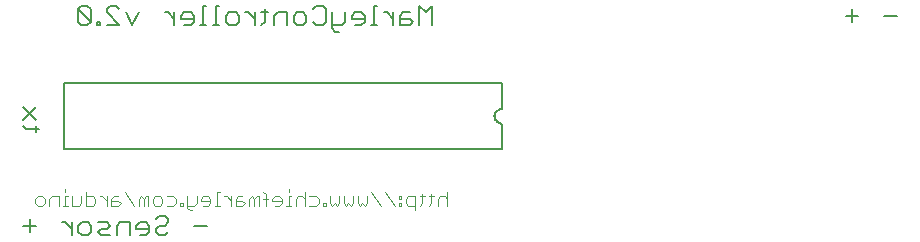
<source format=gbo>
G04 This is an RS-274x file exported by *
G04 gerbv version 2.5.0 *
G04 More information is available about gerbv at *
G04 http://gerbv.gpleda.org/ *
G04 --End of header info--*
%MOIN*%
%FSLAX23Y23*%
%IPPOS*%
G04 --Define apertures--*
%ADD10C,0.0060*%
%ADD11C,0.0040*%
%ADD12C,0.0080*%
%ADD13C,0.0020*%
%ADD14R,0.0300X0.0250*%
%ADD15R,0.0500X0.1100*%
G04 --Start main section--*
G54D10*
G01X00436Y00477D02*
G01X00436Y00520D01*
G01X00436Y00499D02*
G01X00415Y00520D01*
G01X00415Y00520D02*
G01X00404Y00520D01*
G01X00458Y00509D02*
G01X00458Y00488D01*
G01X00458Y00488D02*
G01X00469Y00477D01*
G01X00469Y00477D02*
G01X00490Y00477D01*
G01X00490Y00477D02*
G01X00501Y00488D01*
G01X00501Y00488D02*
G01X00501Y00509D01*
G01X00501Y00509D02*
G01X00490Y00520D01*
G01X00490Y00520D02*
G01X00469Y00520D01*
G01X00469Y00520D02*
G01X00458Y00509D01*
G01X00522Y00520D02*
G01X00554Y00520D01*
G01X00554Y00520D02*
G01X00565Y00509D01*
G01X00565Y00509D02*
G01X00554Y00499D01*
G01X00554Y00499D02*
G01X00533Y00499D01*
G01X00533Y00499D02*
G01X00522Y00488D01*
G01X00522Y00488D02*
G01X00533Y00477D01*
G01X00533Y00477D02*
G01X00565Y00477D01*
G01X00587Y00477D02*
G01X00587Y00509D01*
G01X00587Y00509D02*
G01X00597Y00520D01*
G01X00597Y00520D02*
G01X00630Y00520D01*
G01X00630Y00520D02*
G01X00630Y00477D01*
G01X00651Y00499D02*
G01X00694Y00499D01*
G01X00694Y00488D02*
G01X00694Y00509D01*
G01X00694Y00509D02*
G01X00683Y00520D01*
G01X00683Y00520D02*
G01X00662Y00520D01*
G01X00662Y00520D02*
G01X00651Y00509D01*
G01X00651Y00509D02*
G01X00651Y00499D01*
G01X00662Y00477D02*
G01X00683Y00477D01*
G01X00683Y00477D02*
G01X00694Y00488D01*
G01X00716Y00488D02*
G01X00726Y00477D01*
G01X00726Y00477D02*
G01X00748Y00477D01*
G01X00748Y00477D02*
G01X00758Y00488D01*
G01X00748Y00509D02*
G01X00726Y00509D01*
G01X00726Y00509D02*
G01X00716Y00499D01*
G01X00716Y00499D02*
G01X00716Y00488D01*
G01X00748Y00509D02*
G01X00758Y00520D01*
G01X00758Y00520D02*
G01X00758Y00531D01*
G01X00758Y00531D02*
G01X00748Y00541D01*
G01X00748Y00541D02*
G01X00726Y00541D01*
G01X00726Y00541D02*
G01X00716Y00531D01*
G01X00845Y00509D02*
G01X00887Y00509D01*
G01X00410Y00764D02*
G01X00410Y00984D01*
G01X00410Y00984D02*
G01X01870Y00984D01*
G01X01870Y00984D02*
G01X01870Y00899D01*
G01X01870Y00899D02*
G01X01867Y00899D01*
G01X01867Y00899D02*
G01X01864Y00899D01*
G01X01864Y00899D02*
G01X01861Y00898D01*
G01X01861Y00898D02*
G01X01859Y00896D01*
G01X01859Y00896D02*
G01X01856Y00895D01*
G01X01856Y00895D02*
G01X01854Y00893D01*
G01X01854Y00893D02*
G01X01852Y00891D01*
G01X01852Y00891D02*
G01X01850Y00888D01*
G01X01850Y00888D02*
G01X01848Y00886D01*
G01X01848Y00886D02*
G01X01847Y00883D01*
G01X01847Y00883D02*
G01X01846Y00880D01*
G01X01846Y00880D02*
G01X01846Y00877D01*
G01X01846Y00877D02*
G01X01845Y00874D01*
G01X01845Y00874D02*
G01X01846Y00871D01*
G01X01846Y00871D02*
G01X01846Y00868D01*
G01X01846Y00868D02*
G01X01847Y00865D01*
G01X01847Y00865D02*
G01X01848Y00863D01*
G01X01848Y00863D02*
G01X01850Y00860D01*
G01X01850Y00860D02*
G01X01852Y00858D01*
G01X01852Y00858D02*
G01X01854Y00856D01*
G01X01854Y00856D02*
G01X01856Y00854D01*
G01X01856Y00854D02*
G01X01859Y00852D01*
G01X01859Y00852D02*
G01X01861Y00851D01*
G01X01861Y00851D02*
G01X01864Y00850D01*
G01X01864Y00850D02*
G01X01867Y00849D01*
G01X01867Y00849D02*
G01X01870Y00849D01*
G01X01870Y00849D02*
G01X01870Y00764D01*
G01X01870Y00764D02*
G01X00410Y00764D01*
G01X00316Y00820D02*
G01X00316Y00841D01*
G01X00327Y00830D02*
G01X00284Y00830D01*
G01X00284Y00830D02*
G01X00273Y00841D01*
G01X00273Y00863D02*
G01X00316Y00905D01*
G01X00316Y00863D02*
G01X00273Y00905D01*
G01X00467Y01177D02*
G01X00488Y01177D01*
G01X00488Y01177D02*
G01X00499Y01188D01*
G01X00499Y01188D02*
G01X00456Y01231D01*
G01X00456Y01231D02*
G01X00456Y01188D01*
G01X00456Y01188D02*
G01X00467Y01177D01*
G01X00499Y01188D02*
G01X00499Y01231D01*
G01X00499Y01231D02*
G01X00488Y01241D01*
G01X00488Y01241D02*
G01X00467Y01241D01*
G01X00467Y01241D02*
G01X00456Y01231D01*
G01X00553Y01231D02*
G01X00553Y01220D01*
G01X00553Y01220D02*
G01X00595Y01177D01*
G01X00595Y01177D02*
G01X00553Y01177D01*
G01X00531Y01177D02*
G01X00520Y01177D01*
G01X00520Y01177D02*
G01X00520Y01188D01*
G01X00520Y01188D02*
G01X00531Y01188D01*
G01X00531Y01188D02*
G01X00531Y01177D01*
G01X00617Y01220D02*
G01X00638Y01177D01*
G01X00638Y01177D02*
G01X00660Y01220D01*
G01X00595Y01231D02*
G01X00585Y01241D01*
G01X00585Y01241D02*
G01X00563Y01241D01*
G01X00563Y01241D02*
G01X00553Y01231D01*
G01X00746Y01220D02*
G01X00757Y01220D01*
G01X00757Y01220D02*
G01X00778Y01199D01*
G01X00778Y01177D02*
G01X00778Y01220D01*
G01X00800Y01209D02*
G01X00800Y01199D01*
G01X00800Y01199D02*
G01X00842Y01199D01*
G01X00842Y01188D02*
G01X00832Y01177D01*
G01X00832Y01177D02*
G01X00810Y01177D01*
G01X00842Y01188D02*
G01X00842Y01209D01*
G01X00842Y01209D02*
G01X00832Y01220D01*
G01X00832Y01220D02*
G01X00810Y01220D01*
G01X00810Y01220D02*
G01X00800Y01209D01*
G01X00864Y01177D02*
G01X00885Y01177D01*
G01X00875Y01177D02*
G01X00875Y01241D01*
G01X00875Y01241D02*
G01X00885Y01241D01*
G01X00918Y01241D02*
G01X00918Y01177D01*
G01X00928Y01177D02*
G01X00907Y01177D01*
G01X00950Y01188D02*
G01X00950Y01209D01*
G01X00950Y01209D02*
G01X00961Y01220D01*
G01X00961Y01220D02*
G01X00982Y01220D01*
G01X00982Y01220D02*
G01X00993Y01209D01*
G01X00993Y01209D02*
G01X00993Y01188D01*
G01X00993Y01188D02*
G01X00982Y01177D01*
G01X00982Y01177D02*
G01X00961Y01177D01*
G01X00961Y01177D02*
G01X00950Y01188D01*
G01X00928Y01241D02*
G01X00918Y01241D01*
G01X01014Y01220D02*
G01X01025Y01220D01*
G01X01025Y01220D02*
G01X01047Y01199D01*
G01X01047Y01177D02*
G01X01047Y01220D01*
G01X01068Y01220D02*
G01X01089Y01220D01*
G01X01079Y01231D02*
G01X01079Y01188D01*
G01X01079Y01188D02*
G01X01068Y01177D01*
G01X01111Y01177D02*
G01X01111Y01209D01*
G01X01111Y01209D02*
G01X01122Y01220D01*
G01X01122Y01220D02*
G01X01154Y01220D01*
G01X01154Y01220D02*
G01X01154Y01177D01*
G01X01176Y01188D02*
G01X01176Y01209D01*
G01X01176Y01209D02*
G01X01186Y01220D01*
G01X01186Y01220D02*
G01X01208Y01220D01*
G01X01208Y01220D02*
G01X01218Y01209D01*
G01X01218Y01209D02*
G01X01218Y01188D01*
G01X01218Y01188D02*
G01X01208Y01177D01*
G01X01208Y01177D02*
G01X01186Y01177D01*
G01X01186Y01177D02*
G01X01176Y01188D01*
G01X01240Y01188D02*
G01X01251Y01177D01*
G01X01251Y01177D02*
G01X01272Y01177D01*
G01X01272Y01177D02*
G01X01283Y01188D01*
G01X01283Y01188D02*
G01X01283Y01231D01*
G01X01283Y01231D02*
G01X01272Y01241D01*
G01X01272Y01241D02*
G01X01251Y01241D01*
G01X01251Y01241D02*
G01X01240Y01231D01*
G01X01305Y01220D02*
G01X01305Y01167D01*
G01X01305Y01167D02*
G01X01315Y01156D01*
G01X01315Y01156D02*
G01X01326Y01156D01*
G01X01337Y01177D02*
G01X01305Y01177D01*
G01X01337Y01177D02*
G01X01347Y01188D01*
G01X01347Y01188D02*
G01X01347Y01220D01*
G01X01369Y01209D02*
G01X01369Y01199D01*
G01X01369Y01199D02*
G01X01412Y01199D01*
G01X01412Y01188D02*
G01X01412Y01209D01*
G01X01412Y01209D02*
G01X01401Y01220D01*
G01X01401Y01220D02*
G01X01380Y01220D01*
G01X01380Y01220D02*
G01X01369Y01209D01*
G01X01380Y01177D02*
G01X01401Y01177D01*
G01X01401Y01177D02*
G01X01412Y01188D01*
G01X01433Y01177D02*
G01X01455Y01177D01*
G01X01444Y01177D02*
G01X01444Y01241D01*
G01X01444Y01241D02*
G01X01455Y01241D01*
G01X01476Y01220D02*
G01X01487Y01220D01*
G01X01487Y01220D02*
G01X01508Y01199D01*
G01X01508Y01177D02*
G01X01508Y01220D01*
G01X01530Y01209D02*
G01X01530Y01177D01*
G01X01530Y01177D02*
G01X01562Y01177D01*
G01X01562Y01177D02*
G01X01573Y01188D01*
G01X01573Y01188D02*
G01X01562Y01199D01*
G01X01562Y01199D02*
G01X01530Y01199D01*
G01X01530Y01209D02*
G01X01541Y01220D01*
G01X01541Y01220D02*
G01X01562Y01220D01*
G01X01595Y01241D02*
G01X01595Y01177D01*
G01X01637Y01177D02*
G01X01637Y01241D01*
G01X01637Y01241D02*
G01X01616Y01220D01*
G01X01616Y01220D02*
G01X01595Y01241D01*
G01X03037Y01231D02*
G01X03037Y01188D01*
G01X03058Y01209D02*
G01X03016Y01209D01*
G01X03145Y01209D02*
G01X03187Y01209D01*
G01X00318Y00509D02*
G01X00275Y00509D01*
G01X00297Y00488D02*
G01X00297Y00531D01*
G54D11*
G01X00323Y00576D02*
G01X00315Y00584D01*
G01X00315Y00584D02*
G01X00315Y00599D01*
G01X00315Y00599D02*
G01X00323Y00607D01*
G01X00323Y00607D02*
G01X00338Y00607D01*
G01X00338Y00607D02*
G01X00346Y00599D01*
G01X00346Y00599D02*
G01X00346Y00584D01*
G01X00346Y00584D02*
G01X00338Y00576D01*
G01X00338Y00576D02*
G01X00323Y00576D01*
G01X00361Y00576D02*
G01X00361Y00599D01*
G01X00361Y00599D02*
G01X00369Y00607D01*
G01X00369Y00607D02*
G01X00392Y00607D01*
G01X00392Y00607D02*
G01X00392Y00576D01*
G01X00407Y00576D02*
G01X00422Y00576D01*
G01X00415Y00576D02*
G01X00415Y00607D01*
G01X00415Y00607D02*
G01X00422Y00607D01*
G01X00438Y00607D02*
G01X00438Y00576D01*
G01X00438Y00576D02*
G01X00461Y00576D01*
G01X00461Y00576D02*
G01X00468Y00584D01*
G01X00468Y00584D02*
G01X00468Y00607D01*
G01X00484Y00607D02*
G01X00507Y00607D01*
G01X00507Y00607D02*
G01X00514Y00599D01*
G01X00514Y00599D02*
G01X00514Y00584D01*
G01X00514Y00584D02*
G01X00507Y00576D01*
G01X00507Y00576D02*
G01X00484Y00576D01*
G01X00484Y00576D02*
G01X00484Y00622D01*
G01X00530Y00607D02*
G01X00537Y00607D01*
G01X00537Y00607D02*
G01X00553Y00592D01*
G01X00553Y00576D02*
G01X00553Y00607D01*
G01X00568Y00599D02*
G01X00568Y00576D01*
G01X00568Y00576D02*
G01X00591Y00576D01*
G01X00591Y00576D02*
G01X00599Y00584D01*
G01X00599Y00584D02*
G01X00591Y00592D01*
G01X00591Y00592D02*
G01X00568Y00592D01*
G01X00568Y00599D02*
G01X00576Y00607D01*
G01X00576Y00607D02*
G01X00591Y00607D01*
G01X00614Y00622D02*
G01X00645Y00576D01*
G01X00660Y00576D02*
G01X00660Y00599D01*
G01X00660Y00599D02*
G01X00668Y00607D01*
G01X00668Y00607D02*
G01X00676Y00599D01*
G01X00676Y00599D02*
G01X00676Y00576D01*
G01X00691Y00576D02*
G01X00691Y00607D01*
G01X00691Y00607D02*
G01X00683Y00607D01*
G01X00683Y00607D02*
G01X00676Y00599D01*
G01X00706Y00599D02*
G01X00706Y00584D01*
G01X00706Y00584D02*
G01X00714Y00576D01*
G01X00714Y00576D02*
G01X00729Y00576D01*
G01X00729Y00576D02*
G01X00737Y00584D01*
G01X00737Y00584D02*
G01X00737Y00599D01*
G01X00737Y00599D02*
G01X00729Y00607D01*
G01X00729Y00607D02*
G01X00714Y00607D01*
G01X00714Y00607D02*
G01X00706Y00599D01*
G01X00752Y00607D02*
G01X00775Y00607D01*
G01X00775Y00607D02*
G01X00783Y00599D01*
G01X00783Y00599D02*
G01X00783Y00584D01*
G01X00783Y00584D02*
G01X00775Y00576D01*
G01X00775Y00576D02*
G01X00752Y00576D01*
G01X00798Y00576D02*
G01X00806Y00576D01*
G01X00806Y00576D02*
G01X00806Y00584D01*
G01X00806Y00584D02*
G01X00798Y00584D01*
G01X00798Y00584D02*
G01X00798Y00576D01*
G01X00821Y00576D02*
G01X00844Y00576D01*
G01X00844Y00576D02*
G01X00852Y00584D01*
G01X00852Y00584D02*
G01X00852Y00607D01*
G01X00867Y00599D02*
G01X00867Y00592D01*
G01X00867Y00592D02*
G01X00898Y00592D01*
G01X00898Y00584D02*
G01X00898Y00599D01*
G01X00898Y00599D02*
G01X00890Y00607D01*
G01X00890Y00607D02*
G01X00875Y00607D01*
G01X00875Y00607D02*
G01X00867Y00599D01*
G01X00875Y00576D02*
G01X00890Y00576D01*
G01X00890Y00576D02*
G01X00898Y00584D01*
G01X00913Y00576D02*
G01X00929Y00576D01*
G01X00921Y00576D02*
G01X00921Y00622D01*
G01X00921Y00622D02*
G01X00929Y00622D01*
G01X00944Y00607D02*
G01X00952Y00607D01*
G01X00952Y00607D02*
G01X00967Y00592D01*
G01X00982Y00592D02*
G01X01005Y00592D01*
G01X01005Y00592D02*
G01X01013Y00584D01*
G01X01013Y00584D02*
G01X01005Y00576D01*
G01X01005Y00576D02*
G01X00982Y00576D01*
G01X00982Y00576D02*
G01X00982Y00599D01*
G01X00982Y00599D02*
G01X00990Y00607D01*
G01X00990Y00607D02*
G01X01005Y00607D01*
G01X01028Y00599D02*
G01X01028Y00576D01*
G01X01044Y00576D02*
G01X01044Y00599D01*
G01X01044Y00599D02*
G01X01036Y00607D01*
G01X01036Y00607D02*
G01X01028Y00599D01*
G01X01044Y00599D02*
G01X01052Y00607D01*
G01X01052Y00607D02*
G01X01059Y00607D01*
G01X01059Y00607D02*
G01X01059Y00576D01*
G01X01082Y00576D02*
G01X01082Y00615D01*
G01X01082Y00615D02*
G01X01075Y00622D01*
G01X01075Y00599D02*
G01X01090Y00599D01*
G01X01105Y00599D02*
G01X01105Y00592D01*
G01X01105Y00592D02*
G01X01136Y00592D01*
G01X01136Y00584D02*
G01X01136Y00599D01*
G01X01136Y00599D02*
G01X01128Y00607D01*
G01X01128Y00607D02*
G01X01113Y00607D01*
G01X01113Y00607D02*
G01X01105Y00599D01*
G01X01113Y00576D02*
G01X01128Y00576D01*
G01X01128Y00576D02*
G01X01136Y00584D01*
G01X01151Y00576D02*
G01X01167Y00576D01*
G01X01159Y00576D02*
G01X01159Y00607D01*
G01X01159Y00607D02*
G01X01167Y00607D01*
G01X01159Y00622D02*
G01X01159Y00630D01*
G01X01190Y00607D02*
G01X01182Y00599D01*
G01X01182Y00599D02*
G01X01182Y00576D01*
G01X01213Y00576D02*
G01X01213Y00622D01*
G01X01205Y00607D02*
G01X01190Y00607D01*
G01X01205Y00607D02*
G01X01213Y00599D01*
G01X01228Y00607D02*
G01X01251Y00607D01*
G01X01251Y00607D02*
G01X01259Y00599D01*
G01X01259Y00599D02*
G01X01259Y00584D01*
G01X01259Y00584D02*
G01X01251Y00576D01*
G01X01251Y00576D02*
G01X01228Y00576D01*
G01X01274Y00576D02*
G01X01282Y00576D01*
G01X01282Y00576D02*
G01X01282Y00584D01*
G01X01282Y00584D02*
G01X01274Y00584D01*
G01X01274Y00584D02*
G01X01274Y00576D01*
G01X01297Y00584D02*
G01X01297Y00607D01*
G01X01328Y00607D02*
G01X01328Y00584D01*
G01X01328Y00584D02*
G01X01320Y00576D01*
G01X01320Y00576D02*
G01X01312Y00584D01*
G01X01312Y00584D02*
G01X01305Y00576D01*
G01X01305Y00576D02*
G01X01297Y00584D01*
G01X01343Y00584D02*
G01X01343Y00607D01*
G01X01374Y00607D02*
G01X01374Y00584D01*
G01X01374Y00584D02*
G01X01366Y00576D01*
G01X01366Y00576D02*
G01X01358Y00584D01*
G01X01358Y00584D02*
G01X01351Y00576D01*
G01X01351Y00576D02*
G01X01343Y00584D01*
G01X01389Y00584D02*
G01X01389Y00607D01*
G01X01420Y00607D02*
G01X01420Y00584D01*
G01X01420Y00584D02*
G01X01412Y00576D01*
G01X01412Y00576D02*
G01X01404Y00584D01*
G01X01404Y00584D02*
G01X01397Y00576D01*
G01X01397Y00576D02*
G01X01389Y00584D01*
G01X01435Y00622D02*
G01X01466Y00576D01*
G01X01512Y00576D02*
G01X01481Y00622D01*
G01X01527Y00607D02*
G01X01527Y00599D01*
G01X01527Y00599D02*
G01X01535Y00599D01*
G01X01535Y00599D02*
G01X01535Y00607D01*
G01X01535Y00607D02*
G01X01527Y00607D01*
G01X01550Y00599D02*
G01X01550Y00584D01*
G01X01550Y00584D02*
G01X01558Y00576D01*
G01X01558Y00576D02*
G01X01581Y00576D01*
G01X01596Y00576D02*
G01X01604Y00584D01*
G01X01604Y00584D02*
G01X01604Y00615D01*
G01X01612Y00607D02*
G01X01596Y00607D01*
G01X01581Y00607D02*
G01X01558Y00607D01*
G01X01558Y00607D02*
G01X01550Y00599D01*
G01X01535Y00584D02*
G01X01535Y00576D01*
G01X01535Y00576D02*
G01X01527Y00576D01*
G01X01527Y00576D02*
G01X01527Y00584D01*
G01X01527Y00584D02*
G01X01535Y00584D01*
G01X01581Y00561D02*
G01X01581Y00607D01*
G01X01627Y00607D02*
G01X01642Y00607D01*
G01X01635Y00615D02*
G01X01635Y00584D01*
G01X01635Y00584D02*
G01X01627Y00576D01*
G01X01658Y00576D02*
G01X01658Y00599D01*
G01X01658Y00599D02*
G01X01665Y00607D01*
G01X01665Y00607D02*
G01X01681Y00607D01*
G01X01681Y00607D02*
G01X01688Y00599D01*
G01X01688Y00622D02*
G01X01688Y00576D01*
G01X00967Y00576D02*
G01X00967Y00607D01*
G01X00837Y00561D02*
G01X00829Y00561D01*
G01X00829Y00561D02*
G01X00821Y00569D01*
G01X00821Y00569D02*
G01X00821Y00607D01*
G01X00415Y00622D02*
G01X00415Y00630D01*
M02*

</source>
